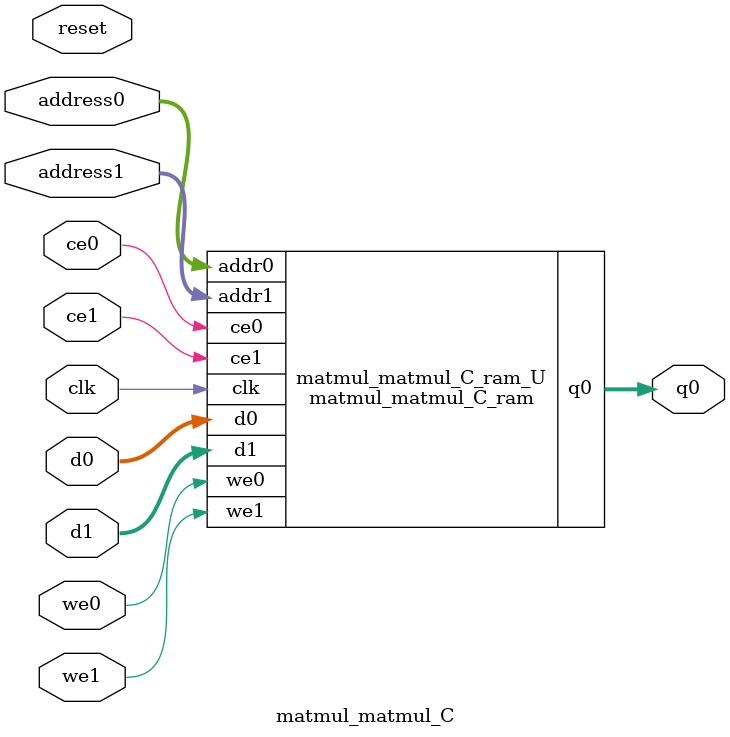
<source format=v>
`timescale 1 ns / 1 ps
module matmul_matmul_C_ram (addr0, ce0, d0, we0, q0, addr1, ce1, d1, we1,  clk);

parameter DWIDTH = 32;
parameter AWIDTH = 8;
parameter MEM_SIZE = 256;

input[AWIDTH-1:0] addr0;
input ce0;
input[DWIDTH-1:0] d0;
input we0;
output reg[DWIDTH-1:0] q0;
input[AWIDTH-1:0] addr1;
input ce1;
input[DWIDTH-1:0] d1;
input we1;
input clk;

(* ram_style = "block" *)reg [DWIDTH-1:0] ram[0:MEM_SIZE-1];




always @(posedge clk)  
begin 
    if (ce0) begin
        if (we0) 
            ram[addr0] <= d0; 
        q0 <= ram[addr0];
    end
end


always @(posedge clk)  
begin 
    if (ce1) begin
        if (we1) 
            ram[addr1] <= d1; 
    end
end


endmodule

`timescale 1 ns / 1 ps
module matmul_matmul_C(
    reset,
    clk,
    address0,
    ce0,
    we0,
    d0,
    q0,
    address1,
    ce1,
    we1,
    d1);

parameter DataWidth = 32'd32;
parameter AddressRange = 32'd256;
parameter AddressWidth = 32'd8;
input reset;
input clk;
input[AddressWidth - 1:0] address0;
input ce0;
input we0;
input[DataWidth - 1:0] d0;
output[DataWidth - 1:0] q0;
input[AddressWidth - 1:0] address1;
input ce1;
input we1;
input[DataWidth - 1:0] d1;



matmul_matmul_C_ram matmul_matmul_C_ram_U(
    .clk( clk ),
    .addr0( address0 ),
    .ce0( ce0 ),
    .we0( we0 ),
    .d0( d0 ),
    .q0( q0 ),
    .addr1( address1 ),
    .ce1( ce1 ),
    .we1( we1 ),
    .d1( d1 ));

endmodule


</source>
